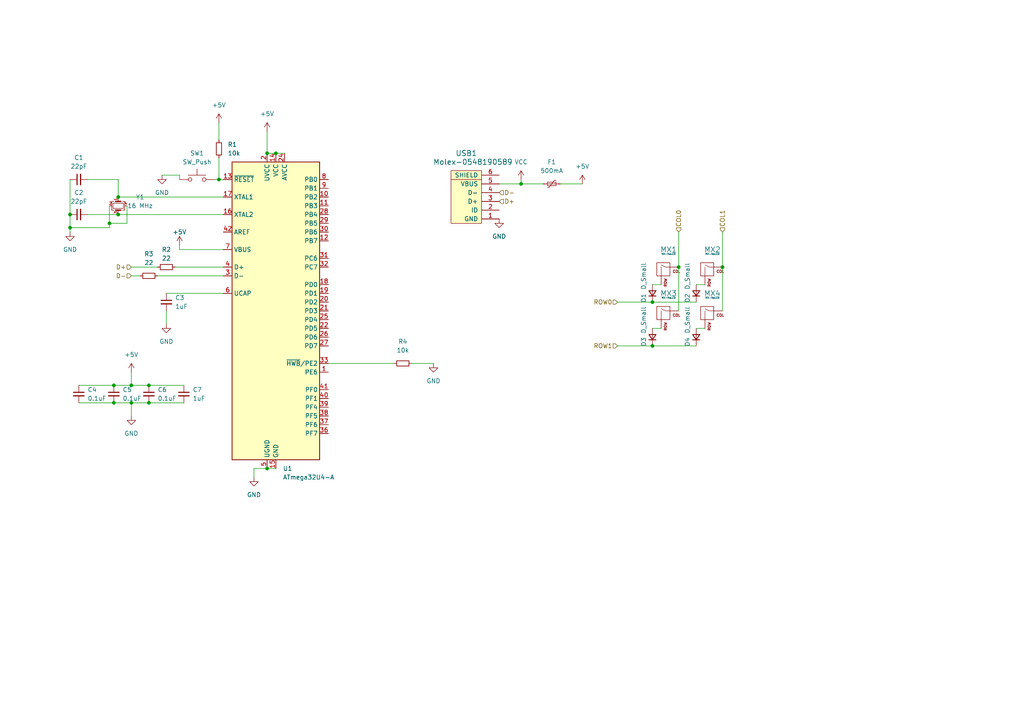
<source format=kicad_sch>
(kicad_sch (version 20211123) (generator eeschema)
  (paper "A4")
  (lib_symbols
    (symbol "Device:C_Small" (pin_numbers hide) (pin_names (offset 0.254) hide)
      (property "Reference" "C" (at 0.254 1.778 0))
      (property "Value" "C_Small" (at 0.254 -2.032 0))
      (symbol "C_Small_0_1"
        (polyline (pts (xy -1.524 -0.508) (xy 1.524 -0.508)) (stroke (width 0.3302)))
        (polyline (pts (xy -1.524 0.508) (xy 1.524 0.508)) (stroke (width 0.3048)))
      )
      (symbol "C_Small_1_1"
        (pin passive line (at 0 2.54 270) (length 2.032) (name "~") (number "1"))
        (pin passive line (at 0 -2.54 90) (length 2.032) (name "~") (number "2"))
      )
    )
    (symbol "Device:Crystal_GND24_Small" (pin_names (offset 1.016) hide)
      (property "Reference" "Y" (at 1.27 4.445 0))
      (property "Value" "Crystal_GND24_Small" (at 1.27 2.54 0))
      (symbol "Crystal_GND24_Small_0_1"
        (rectangle (start -0.762 -1.524) (end 0.762 1.524))
        (polyline (pts (xy -1.27 -0.762) (xy -1.27 0.762)) (stroke (width 0.381)))
        (polyline (pts (xy 1.27 -0.762) (xy 1.27 0.762)) (stroke (width 0.381)))
        (polyline (pts (xy -1.27 -1.27) (xy -1.27 -1.905) (xy 1.27 -1.905) (xy 1.27 -1.27)))
        (polyline (pts (xy -1.27 1.27) (xy -1.27 1.905) (xy 1.27 1.905) (xy 1.27 1.27)))
      )
      (symbol "Crystal_GND24_Small_1_1"
        (pin passive line (at -2.54 0 0) (length 1.27) (name "1") (number "1"))
        (pin passive line (at 0 -2.54 90) (length 0.635) (name "2") (number "2"))
        (pin passive line (at 2.54 0 180) (length 1.27) (name "3") (number "3"))
        (pin passive line (at 0 2.54 270) (length 0.635) (name "4") (number "4"))
      )
    )
    (symbol "Device:D_Small" (pin_numbers hide) (pin_names (offset 0.254) hide)
      (property "Reference" "D" (at -1.27 2.032 0))
      (property "Value" "D_Small" (at -3.81 -2.032 0))
      (symbol "D_Small_0_1"
        (polyline (pts (xy -0.762 -1.016) (xy -0.762 1.016)) (stroke (width 0.254)))
        (polyline (pts (xy -0.762 0) (xy 0.762 0)))
        (polyline (pts (xy 0.762 -1.016) (xy -0.762 0) (xy 0.762 1.016) (xy 0.762 -1.016)) (stroke (width 0.254)))
      )
      (symbol "D_Small_1_1"
        (pin passive line (at -2.54 0 0) (length 1.778) (name "K") (number "1"))
        (pin passive line (at 2.54 0 180) (length 1.778) (name "A") (number "2"))
      )
    )
    (symbol "Device:Polyfuse_Small" (pin_numbers hide) (pin_names (offset 0))
      (property "Reference" "F" (at -1.905 0 90))
      (property "Value" "Polyfuse_Small" (at 1.905 0 90))
      (symbol "Polyfuse_Small_0_1"
        (rectangle (start -0.508 1.27) (end 0.508 -1.27))
        (polyline (pts (xy 0 2.54) (xy 0 -2.54)))
        (polyline (pts (xy -1.016 1.27) (xy -1.016 0.762) (xy 1.016 -0.762) (xy 1.016 -1.27)))
      )
      (symbol "Polyfuse_Small_1_1"
        (pin passive line (at 0 2.54 270) (length 0.635) (name "~") (number "1"))
        (pin passive line (at 0 -2.54 90) (length 0.635) (name "~") (number "2"))
      )
    )
    (symbol "Device:R_Small" (pin_numbers hide) (pin_names (offset 0.254) hide)
      (property "Reference" "R" (at 0.762 0.508 0))
      (property "Value" "R_Small" (at 0.762 -1.016 0))
      (symbol "R_Small_0_1"
        (rectangle (start -0.762 1.778) (end 0.762 -1.778) (stroke (width 0.2032)))
      )
      (symbol "R_Small_1_1"
        (pin passive line (at 0 2.54 270) (length 0.762) (name "~") (number "1"))
        (pin passive line (at 0 -2.54 90) (length 0.762) (name "~") (number "2"))
      )
    )
    (symbol "MCU_Microchip_ATmega:ATmega32U4-A"
      (property "Reference" "U" (at -12.7 44.45 0))
      (property "Value" "ATmega32U4-A" (at 2.54 -44.45 0))
      (symbol "ATmega32U4-A_0_1"
        (rectangle (start -12.7 -43.18) (end 12.7 43.18) (stroke (width 0.254)) (fill (type background)))
      )
      (symbol "ATmega32U4-A_1_1"
        (pin bidirectional line (at 15.24 -17.78 180) (length 2.54) (name "PE6") (number "1"))
        (pin bidirectional line (at 15.24 33.02 180) (length 2.54) (name "PB2") (number "10"))
        (pin bidirectional line (at 15.24 30.48 180) (length 2.54) (name "PB3") (number "11"))
        (pin bidirectional line (at 15.24 20.32 180) (length 2.54) (name "PB7") (number "12"))
        (pin input line (at -15.24 38.1 0) (length 2.54) (name "~{RESET}") (number "13"))
        (pin power_in line (at 0 45.72 270) (length 2.54) (name "VCC") (number "14"))
        (pin power_in line (at 0 -45.72 90) (length 2.54) (name "GND") (number "15"))
        (pin output line (at -15.24 27.94 0) (length 2.54) (name "XTAL2") (number "16"))
        (pin input line (at -15.24 33.02 0) (length 2.54) (name "XTAL1") (number "17"))
        (pin bidirectional line (at 15.24 7.62 180) (length 2.54) (name "PD0") (number "18"))
        (pin bidirectional line (at 15.24 5.08 180) (length 2.54) (name "PD1") (number "19"))
        (pin power_in line (at -2.54 45.72 270) (length 2.54) (name "UVCC") (number "2"))
        (pin bidirectional line (at 15.24 2.54 180) (length 2.54) (name "PD2") (number "20"))
        (pin bidirectional line (at 15.24 0 180) (length 2.54) (name "PD3") (number "21"))
        (pin bidirectional line (at 15.24 -5.08 180) (length 2.54) (name "PD5") (number "22"))
        (pin passive line (at 0 -45.72 90) (length 2.54) hide (name "GND") (number "23"))
        (pin power_in line (at 2.54 45.72 270) (length 2.54) (name "AVCC") (number "24"))
        (pin bidirectional line (at 15.24 -2.54 180) (length 2.54) (name "PD4") (number "25"))
        (pin bidirectional line (at 15.24 -7.62 180) (length 2.54) (name "PD6") (number "26"))
        (pin bidirectional line (at 15.24 -10.16 180) (length 2.54) (name "PD7") (number "27"))
        (pin bidirectional line (at 15.24 27.94 180) (length 2.54) (name "PB4") (number "28"))
        (pin bidirectional line (at 15.24 25.4 180) (length 2.54) (name "PB5") (number "29"))
        (pin bidirectional line (at -15.24 10.16 0) (length 2.54) (name "D-") (number "3"))
        (pin bidirectional line (at 15.24 22.86 180) (length 2.54) (name "PB6") (number "30"))
        (pin bidirectional line (at 15.24 15.24 180) (length 2.54) (name "PC6") (number "31"))
        (pin bidirectional line (at 15.24 12.7 180) (length 2.54) (name "PC7") (number "32"))
        (pin bidirectional line (at 15.24 -15.24 180) (length 2.54) (name "~{HWB}/PE2") (number "33"))
        (pin passive line (at 0 45.72 270) (length 2.54) hide (name "VCC") (number "34"))
        (pin passive line (at 0 -45.72 90) (length 2.54) hide (name "GND") (number "35"))
        (pin bidirectional line (at 15.24 -35.56 180) (length 2.54) (name "PF7") (number "36"))
        (pin bidirectional line (at 15.24 -33.02 180) (length 2.54) (name "PF6") (number "37"))
        (pin bidirectional line (at 15.24 -30.48 180) (length 2.54) (name "PF5") (number "38"))
        (pin bidirectional line (at 15.24 -27.94 180) (length 2.54) (name "PF4") (number "39"))
        (pin bidirectional line (at -15.24 12.7 0) (length 2.54) (name "D+") (number "4"))
        (pin bidirectional line (at 15.24 -25.4 180) (length 2.54) (name "PF1") (number "40"))
        (pin bidirectional line (at 15.24 -22.86 180) (length 2.54) (name "PF0") (number "41"))
        (pin passive line (at -15.24 22.86 0) (length 2.54) (name "AREF") (number "42"))
        (pin passive line (at 0 -45.72 90) (length 2.54) hide (name "GND") (number "43"))
        (pin passive line (at 2.54 45.72 270) (length 2.54) hide (name "AVCC") (number "44"))
        (pin passive line (at -2.54 -45.72 90) (length 2.54) (name "UGND") (number "5"))
        (pin passive line (at -15.24 5.08 0) (length 2.54) (name "UCAP") (number "6"))
        (pin input line (at -15.24 17.78 0) (length 2.54) (name "VBUS") (number "7"))
        (pin bidirectional line (at 15.24 38.1 180) (length 2.54) (name "PB0") (number "8"))
        (pin bidirectional line (at 15.24 35.56 180) (length 2.54) (name "PB1") (number "9"))
      )
    )
    (symbol "MX_Alps_Hybrid:MX-NoLED" (pin_names (offset 1.016))
      (property "Reference" "MX" (at -0.635 3.81 0))
      (property "Value" "MX-NoLED" (at -0.635 1.27 0))
      (symbol "MX-NoLED_0_0"
        (rectangle (start -2.54 2.54) (end 1.27 -1.27))
        (polyline (pts (xy -1.27 -1.27) (xy -1.27 1.27)) (stroke (width 0.127)))
        (polyline (pts (xy 1.27 1.27) (xy 0 1.27) (xy -1.27 1.905)) (stroke (width 0.127)))
        (text "COL" (at 3.175 0 0) (effects (font (size 0.762 0.762))))
        (text "ROW" (at 0 -1.905 900) (effects (font (size 0.762 0.762)) (justify right)))
      )
      (symbol "MX-NoLED_1_1"
        (pin passive line (at 3.81 1.27 180) (length 2.54) (name "COL") (number "1"))
        (pin passive line (at -1.27 -3.81 90) (length 2.54) (name "ROW") (number "2"))
      )
    )
    (symbol "Switch:SW_Push" (pin_numbers hide) (pin_names (offset 1.016) hide)
      (property "Reference" "SW" (at 1.27 2.54 0))
      (property "Value" "SW_Push" (at 0 -1.524 0))
      (symbol "SW_Push_0_1"
        (circle (center -2.032 0) (radius 0.508))
        (polyline (pts (xy 0 1.27) (xy 0 3.048)))
        (polyline (pts (xy 2.54 1.27) (xy -2.54 1.27)))
        (circle (center 2.032 0) (radius 0.508))
        (pin passive line (at -5.08 0 0) (length 2.54) (name "1") (number "1"))
        (pin passive line (at 5.08 0 180) (length 2.54) (name "2") (number "2"))
      )
    )
    (symbol "power:+5V" (power) (pin_names (offset 0))
      (property "Value" "+5V" (at 0 3.556 0))
      (symbol "+5V_0_1"
        (polyline (pts (xy -0.762 1.27) (xy 0 2.54)))
        (polyline (pts (xy 0 0) (xy 0 2.54)))
        (polyline (pts (xy 0 2.54) (xy 0.762 1.27)))
      )
      (symbol "+5V_1_1"
        (pin power_in line (at 0 0 90) (length 0) hide (name "+5V") (number "1"))
      )
    )
    (symbol "power:GND" (power) (pin_names (offset 0))
      (property "Value" "GND" (at 0 -3.81 0))
      (symbol "GND_0_1"
        (polyline (pts (xy 0 0) (xy 0 -1.27) (xy 1.27 -1.27) (xy 0 -2.54) (xy -1.27 -1.27) (xy 0 -1.27)))
      )
      (symbol "GND_1_1"
        (pin power_in line (at 0 0 270) (length 0) hide (name "GND") (number "1"))
      )
    )
    (symbol "power:VCC" (power) (pin_names (offset 0))
      (property "Value" "VCC" (at 0 3.81 0))
      (symbol "VCC_0_1"
        (polyline (pts (xy -0.762 1.27) (xy 0 2.54)))
        (polyline (pts (xy 0 0) (xy 0 2.54)))
        (polyline (pts (xy 0 2.54) (xy 0.762 1.27)))
      )
      (symbol "VCC_1_1"
        (pin power_in line (at 0 0 90) (length 0) hide (name "VCC") (number "1"))
      )
    )
    (symbol "random-keyboard-parts:Molex-0548190589" (pin_names (offset 1.016))
      (property "Reference" "USB" (at 0 7.62 0))
      (property "Value" "Molex-0548190589" (at 0 10.16 0))
      (symbol "Molex-0548190589_0_0"
        (polyline (pts (xy 6.35 -2.54) (xy 6.35 6.35)))
        (rectangle (start 8.89 -2.54) (end -6.35 6.35) (fill (type background)))
      )
      (symbol "Molex-0548190589_1_1"
        (pin input line (at -5.08 -7.62 90) (length 5.08) (name "GND") (number "1"))
        (pin input line (at -2.54 -7.62 90) (length 5.08) (name "ID") (number "2"))
        (pin input line (at 0 -7.62 90) (length 5.08) (name "D+") (number "3"))
        (pin input line (at 2.54 -7.62 90) (length 5.08) (name "D-") (number "4"))
        (pin input line (at 5.08 -7.62 90) (length 5.08) (name "VBUS") (number "5"))
        (pin input line (at 7.62 -7.62 90) (length 5.08) (name "SHIELD") (number "6"))
      )
    )
  )
  (junction (at 34.29 62.23))
  (junction (at 38.1 116.84))
  (junction (at 209.55 77.47))
  (junction (at 77.47 135.89))
  (junction (at 189.23 87.63))
  (junction (at 151.13 53.34))
  (junction (at 38.1 111.76))
  (junction (at 20.32 66.04))
  (junction (at 33.02 116.84))
  (junction (at 196.85 77.47))
  (junction (at 63.5 52.07))
  (junction (at 80.01 44.45))
  (junction (at 189.23 100.33))
  (junction (at 34.29 57.15))
  (junction (at 77.47 44.45))
  (junction (at 43.18 111.76))
  (junction (at 33.02 111.76))
  (junction (at 43.18 116.84))
  (junction (at 31.75 64.77))
  (junction (at 20.32 62.23))
  (wire (pts (xy 31.75 59.69) (xy 31.75 64.77)))
  (wire (pts (xy 63.5 45.72) (xy 63.5 52.07)))
  (wire (pts (xy 38.1 116.84) (xy 43.18 116.84)))
  (wire (pts (xy 25.4 52.07) (xy 34.29 52.07)))
  (wire (pts (xy 80.01 44.45) (xy 82.55 44.45)))
  (wire (pts (xy 209.55 77.47) (xy 209.55 90.17)))
  (wire (pts (xy 73.66 138.43) (xy 73.66 135.89)))
  (wire (pts (xy 36.83 59.69) (xy 36.83 64.77)))
  (wire (pts (xy 20.32 52.07) (xy 20.32 62.23)))
  (wire (pts (xy 22.86 111.76) (xy 33.02 111.76)))
  (wire (pts (xy 20.32 66.04) (xy 20.32 67.31)))
  (wire (pts (xy 119.38 105.41) (xy 125.73 105.41)))
  (wire (pts (xy 209.55 67.31) (xy 209.55 77.47)))
  (wire (pts (xy 201.93 95.25) (xy 204.47 95.25)))
  (wire (pts (xy 77.47 44.45) (xy 80.01 44.45)))
  (wire (pts (xy 179.07 100.33) (xy 189.23 100.33)))
  (wire (pts (xy 33.02 116.84) (xy 38.1 116.84)))
  (wire (pts (xy 62.23 52.07) (xy 63.5 52.07)))
  (wire (pts (xy 179.07 87.63) (xy 189.23 87.63)))
  (wire (pts (xy 201.93 82.55) (xy 204.47 82.55)))
  (wire (pts (xy 73.66 135.89) (xy 77.47 135.89)))
  (wire (pts (xy 43.18 116.84) (xy 53.34 116.84)))
  (wire (pts (xy 22.86 116.84) (xy 33.02 116.84)))
  (wire (pts (xy 38.1 80.01) (xy 40.64 80.01)))
  (wire (pts (xy 43.18 111.76) (xy 53.34 111.76)))
  (wire (pts (xy 38.1 116.84) (xy 38.1 120.65)))
  (wire (pts (xy 189.23 100.33) (xy 201.93 100.33)))
  (wire (pts (xy 38.1 111.76) (xy 43.18 111.76)))
  (wire (pts (xy 34.29 57.15) (xy 64.77 57.15)))
  (wire (pts (xy 151.13 52.07) (xy 151.13 53.34)))
  (wire (pts (xy 48.26 90.17) (xy 48.26 93.98)))
  (wire (pts (xy 34.29 62.23) (xy 64.77 62.23)))
  (wire (pts (xy 31.75 64.77) (xy 36.83 64.77)))
  (wire (pts (xy 25.4 62.23) (xy 34.29 62.23)))
  (wire (pts (xy 38.1 107.95) (xy 38.1 111.76)))
  (wire (pts (xy 38.1 77.47) (xy 45.72 77.47)))
  (wire (pts (xy 189.23 82.55) (xy 191.77 82.55)))
  (wire (pts (xy 63.5 52.07) (xy 64.77 52.07)))
  (wire (pts (xy 52.07 50.8) (xy 46.99 50.8)))
  (wire (pts (xy 196.85 67.31) (xy 196.85 77.47)))
  (wire (pts (xy 189.23 95.25) (xy 191.77 95.25)))
  (wire (pts (xy 63.5 35.56) (xy 63.5 40.64)))
  (wire (pts (xy 20.32 66.04) (xy 31.75 66.04)))
  (wire (pts (xy 31.75 64.77) (xy 31.75 66.04)))
  (wire (pts (xy 48.26 85.09) (xy 64.77 85.09)))
  (wire (pts (xy 196.85 77.47) (xy 196.85 90.17)))
  (wire (pts (xy 189.23 87.63) (xy 201.93 87.63)))
  (wire (pts (xy 52.07 71.12) (xy 52.07 72.39)))
  (wire (pts (xy 151.13 53.34) (xy 157.48 53.34)))
  (wire (pts (xy 162.56 53.34) (xy 168.91 53.34)))
  (wire (pts (xy 50.8 77.47) (xy 64.77 77.47)))
  (wire (pts (xy 144.78 53.34) (xy 151.13 53.34)))
  (wire (pts (xy 34.29 57.15) (xy 34.29 52.07)))
  (wire (pts (xy 95.25 105.41) (xy 114.3 105.41)))
  (wire (pts (xy 77.47 38.1) (xy 77.47 44.45)))
  (wire (pts (xy 77.47 135.89) (xy 80.01 135.89)))
  (wire (pts (xy 52.07 52.07) (xy 52.07 50.8)))
  (wire (pts (xy 45.72 80.01) (xy 64.77 80.01)))
  (wire (pts (xy 33.02 111.76) (xy 38.1 111.76)))
  (wire (pts (xy 52.07 72.39) (xy 64.77 72.39)))
  (wire (pts (xy 20.32 62.23) (xy 20.32 66.04)))
  (hierarchical_label "D-" (shape input) (at 144.78 55.88 0))
  (hierarchical_label "D-" (shape input) (at 38.1 80.01 180))
  (hierarchical_label "D+" (shape input) (at 144.78 58.42 0))
  (hierarchical_label "ROW1" (shape input) (at 179.07 100.33 180))
  (hierarchical_label "COL0" (shape input) (at 196.85 67.31 90))
  (hierarchical_label "D+" (shape input) (at 38.1 77.47 180))
  (hierarchical_label "ROW0" (shape input) (at 179.07 87.63 180))
  (hierarchical_label "COL1" (shape input) (at 209.55 67.31 90))
  (symbol (lib_id "MX_Alps_Hybrid:MX-NoLED") (at 193.04 78.74 0) (unit 1)
    (property "Reference" "MX1" (at 193.9256 72.39 0) (effects (font (size 1.524 1.524))))
    (property "Value" "MX-NoLED" (at 193.9256 73.66 0) (effects (font (size 0.508 0.508))))
    (property "Footprint" "MX_Alps_Hybrid:MX-1U-NoLED" (effects hide))
  )
  (symbol (lib_id "power:GND") (at 46.99 50.8 0) (unit 1)
    (property "Reference" "#PWR0101" (effects hide))
    (property "Value" "GND" (at 46.99 55.88 0))
  )
  (symbol (lib_id "Device:C_Small") (at 22.86 52.07 90) (unit 1)
    (property "Reference" "C1" (at 22.8663 45.72 90))
    (property "Value" "22pF" (at 22.8663 48.26 90))
    (property "Footprint" "Capacitor_SMD:C_0805_2012Metric" (effects hide))
  )
  (symbol (lib_id "power:GND") (at 73.66 138.43 0) (unit 1)
    (property "Reference" "#PWR0104" (effects hide))
    (property "Value" "GND" (at 73.66 143.51 0))
  )
  (symbol (lib_id "Device:R_Small") (at 48.26 77.47 90) (unit 1)
    (property "Reference" "R2" (at 48.26 72.39 90))
    (property "Value" "22" (at 48.26 74.93 90))
    (property "Footprint" "Resistor_SMD:R_0805_2012Metric" (effects hide))
  )
  (symbol (lib_id "Device:Polyfuse_Small") (at 160.02 53.34 90) (unit 1)
    (property "Reference" "F1" (at 160.02 46.99 90))
    (property "Value" "500mA" (at 160.02 49.53 90))
    (property "Footprint" "Fuse:Fuse_1206_3216Metric" (effects hide))
  )
  (symbol (lib_id "Device:C_Small") (at 33.02 114.3 0) (unit 1)
    (property "Reference" "C5" (at 35.56 113.0362 0) (effects (justify left)))
    (property "Value" "0.1uF" (at 35.56 115.5762 0) (effects (justify left)))
    (property "Footprint" "Capacitor_SMD:C_0805_2012Metric" (effects hide))
  )
  (symbol (lib_id "MX_Alps_Hybrid:MX-NoLED") (at 205.74 78.74 0) (unit 1)
    (property "Reference" "MX2" (at 206.6256 72.39 0) (effects (font (size 1.524 1.524))))
    (property "Value" "MX-NoLED" (at 206.6256 73.66 0) (effects (font (size 0.508 0.508))))
    (property "Footprint" "MX_Alps_Hybrid:MX-1U-NoLED" (effects hide))
  )
  (symbol (lib_id "power:GND") (at 48.26 93.98 0) (unit 1)
    (property "Reference" "#PWR0106" (effects hide))
    (property "Value" "GND" (at 48.26 99.06 0))
  )
  (symbol (lib_id "power:+5V") (at 52.07 71.12 0) (unit 1)
    (property "Reference" "#PWR0107" (effects hide))
    (property "Value" "+5V" (at 52.07 67.31 0))
  )
  (symbol (lib_id "power:+5V") (at 77.47 38.1 0) (unit 1)
    (property "Reference" "#PWR0102" (effects hide))
    (property "Value" "+5V" (at 77.47 33.02 0))
  )
  (symbol (lib_id "Device:C_Small") (at 22.86 114.3 0) (unit 1)
    (property "Reference" "C4" (at 25.4 113.0362 0) (effects (justify left)))
    (property "Value" "0.1uF" (at 25.4 115.5762 0) (effects (justify left)))
    (property "Footprint" "Capacitor_SMD:C_0805_2012Metric" (effects hide))
  )
  (symbol (lib_id "Device:D_Small") (at 189.23 85.09 90) (unit 1)
    (property "Reference" "D1" (at 186.69 85.09 0) (effects (justify right)))
    (property "Value" "D_Small" (at 186.69 76.2 0) (effects (justify right)))
    (property "Footprint" "Diode_SMD:D_SOD-123" (effects hide))
  )
  (symbol (lib_id "Device:R_Small") (at 116.84 105.41 90) (unit 1)
    (property "Reference" "R4" (at 116.84 99.06 90))
    (property "Value" "10k" (at 116.84 101.6 90))
    (property "Footprint" "Resistor_SMD:R_0805_2012Metric" (effects hide))
  )
  (symbol (lib_id "MX_Alps_Hybrid:MX-NoLED") (at 205.74 91.44 0) (unit 1)
    (property "Reference" "MX4" (at 206.6256 85.09 0) (effects (font (size 1.524 1.524))))
    (property "Value" "MX-NoLED" (at 206.6256 86.36 0) (effects (font (size 0.508 0.508))))
    (property "Footprint" "MX_Alps_Hybrid:MX-1U-NoLED" (effects hide))
  )
  (symbol (lib_id "power:+5V") (at 38.1 107.95 0) (unit 1)
    (property "Reference" "#PWR0109" (effects hide))
    (property "Value" "+5V" (at 38.1 102.87 0))
  )
  (symbol (lib_id "Device:D_Small") (at 201.93 85.09 90) (unit 1)
    (property "Reference" "D2" (at 199.39 85.09 0) (effects (justify right)))
    (property "Value" "D_Small" (at 199.39 76.2 0) (effects (justify right)))
    (property "Footprint" "Diode_SMD:D_SOD-123" (effects hide))
  )
  (symbol (lib_id "Device:C_Small") (at 43.18 114.3 0) (unit 1)
    (property "Reference" "C6" (at 45.72 113.0362 0) (effects (justify left)))
    (property "Value" "0.1uF" (at 45.72 115.5762 0) (effects (justify left)))
    (property "Footprint" "Capacitor_SMD:C_0805_2012Metric" (effects hide))
  )
  (symbol (lib_id "MCU_Microchip_ATmega:ATmega32U4-A") (at 80.01 90.17 0) (unit 1)
    (property "Reference" "U1" (at 82.0294 135.89 0) (effects (justify left)))
    (property "Value" "ATmega32U4-A" (at 82.0294 138.43 0) (effects (justify left)))
    (property "Footprint" "Package_QFP:TQFP-44_10x10mm_P0.8mm" (effects hide))
    (property "Datasheet" "http://ww1.microchip.com/downloads/en/DeviceDoc/Atmel-7766-8-bit-AVR-ATmega16U4-32U4_Datasheet.pdf" (effects hide))
  )
  (symbol (lib_id "power:GND") (at 38.1 120.65 0) (unit 1)
    (property "Reference" "#PWR0108" (effects hide))
    (property "Value" "GND" (at 38.1 125.73 0))
  )
  (symbol (lib_id "Device:R_Small") (at 43.18 80.01 90) (unit 1)
    (property "Reference" "R3" (at 43.18 73.66 90))
    (property "Value" "22" (at 43.18 76.2 90))
    (property "Footprint" "Resistor_SMD:R_0805_2012Metric" (effects hide))
  )
  (symbol (lib_id "power:GND") (at 144.78 63.5 0) (unit 1)
    (property "Reference" "#PWR0113" (effects hide))
    (property "Value" "GND" (at 144.78 68.58 0))
  )
  (symbol (lib_id "Device:D_Small") (at 189.23 97.79 90) (unit 1)
    (property "Reference" "D3" (at 186.69 97.79 0) (effects (justify right)))
    (property "Value" "D_Small" (at 186.69 88.9 0) (effects (justify right)))
    (property "Footprint" "Diode_SMD:D_SOD-123" (effects hide))
  )
  (symbol (lib_id "Switch:SW_Push") (at 57.15 52.07 0) (unit 1)
    (property "Reference" "SW1" (at 57.15 44.45 0))
    (property "Value" "SW_Push" (at 57.15 46.99 0))
    (property "Footprint" "random-keyboard-parts:SKQG-1155865" (effects hide))
  )
  (symbol (lib_id "power:+5V") (at 63.5 35.56 0) (unit 1)
    (property "Reference" "#PWR0103" (effects hide))
    (property "Value" "+5V" (at 63.5 30.48 0))
  )
  (symbol (lib_id "MX_Alps_Hybrid:MX-NoLED") (at 193.04 91.44 0) (unit 1)
    (property "Reference" "MX3" (at 193.9256 85.09 0) (effects (font (size 1.524 1.524))))
    (property "Value" "MX-NoLED" (at 193.9256 86.36 0) (effects (font (size 0.508 0.508))))
    (property "Footprint" "MX_Alps_Hybrid:MX-1U-NoLED" (effects hide))
  )
  (symbol (lib_id "power:GND") (at 125.73 105.41 0) (unit 1)
    (property "Reference" "#PWR0105" (effects hide))
    (property "Value" "GND" (at 125.73 110.49 0))
  )
  (symbol (lib_id "Device:Crystal_GND24_Small") (at 34.29 59.69 270) (unit 1)
    (property "Reference" "Y1" (at 40.64 57.15 90))
    (property "Value" "16 MHz" (at 40.64 59.69 90))
    (property "Footprint" "Package_QFP:TQFP-44_10x10mm_P0.8mm" (effects hide))
  )
  (symbol (lib_id "Device:C_Small") (at 53.34 114.3 0) (unit 1)
    (property "Reference" "C7" (at 55.88 113.0362 0) (effects (justify left)))
    (property "Value" "1uF" (at 55.88 115.5762 0) (effects (justify left)))
    (property "Footprint" "Capacitor_SMD:C_0805_2012Metric" (effects hide))
  )
  (symbol (lib_id "Device:D_Small") (at 201.93 97.79 90) (unit 1)
    (property "Reference" "D4" (at 199.39 97.79 0) (effects (justify right)))
    (property "Value" "D_Small" (at 199.39 88.9 0) (effects (justify right)))
    (property "Footprint" "Diode_SMD:D_SOD-123" (effects hide))
  )
  (symbol (lib_id "power:VCC") (at 151.13 52.07 0) (unit 1)
    (property "Reference" "#PWR0112" (effects hide))
    (property "Value" "VCC" (at 151.13 46.99 0))
  )
  (symbol (lib_id "Device:C_Small") (at 48.26 87.63 0) (unit 1)
    (property "Reference" "C3" (at 50.8 86.3662 0) (effects (justify left)))
    (property "Value" "1uF" (at 50.8 88.9062 0) (effects (justify left)))
    (property "Footprint" "Capacitor_SMD:C_0805_2012Metric" (effects hide))
  )
  (symbol (lib_id "Device:C_Small") (at 22.86 62.23 90) (unit 1)
    (property "Reference" "C2" (at 22.8663 55.88 90))
    (property "Value" "22pF" (at 22.8663 58.42 90))
    (property "Footprint" "Capacitor_SMD:C_0805_2012Metric" (effects hide))
  )
  (symbol (lib_id "Device:R_Small") (at 63.5 43.18 0) (unit 1)
    (property "Reference" "R1" (at 66.04 41.9099 0) (effects (justify left)))
    (property "Value" "10k" (at 66.04 44.4499 0) (effects (justify left)))
    (property "Footprint" "Resistor_SMD:R_0805_2012Metric" (effects hide))
  )
  (symbol (lib_id "random-keyboard-parts:Molex-0548190589") (at 137.16 58.42 90) (unit 1)
    (property "Reference" "USB1" (at 135.255 44.45 90) (effects (font (size 1.524 1.524))))
    (property "Value" "Molex-0548190589" (at 137.16 46.99 90) (effects (font (size 1.524 1.524))))
    (property "Footprint" "random-keyboard-parts:Molex-0548190589" (effects hide))
  )
  (symbol (lib_id "power:GND") (at 20.32 67.31 0) (unit 1)
    (property "Reference" "#PWR0110" (effects hide))
    (property "Value" "GND" (at 20.32 72.39 0))
  )
  (symbol (lib_id "power:+5V") (at 168.91 53.34 0) (unit 1)
    (property "Reference" "#PWR0111" (effects hide))
    (property "Value" "+5V" (at 168.91 48.26 0))
  )
)
</source>
